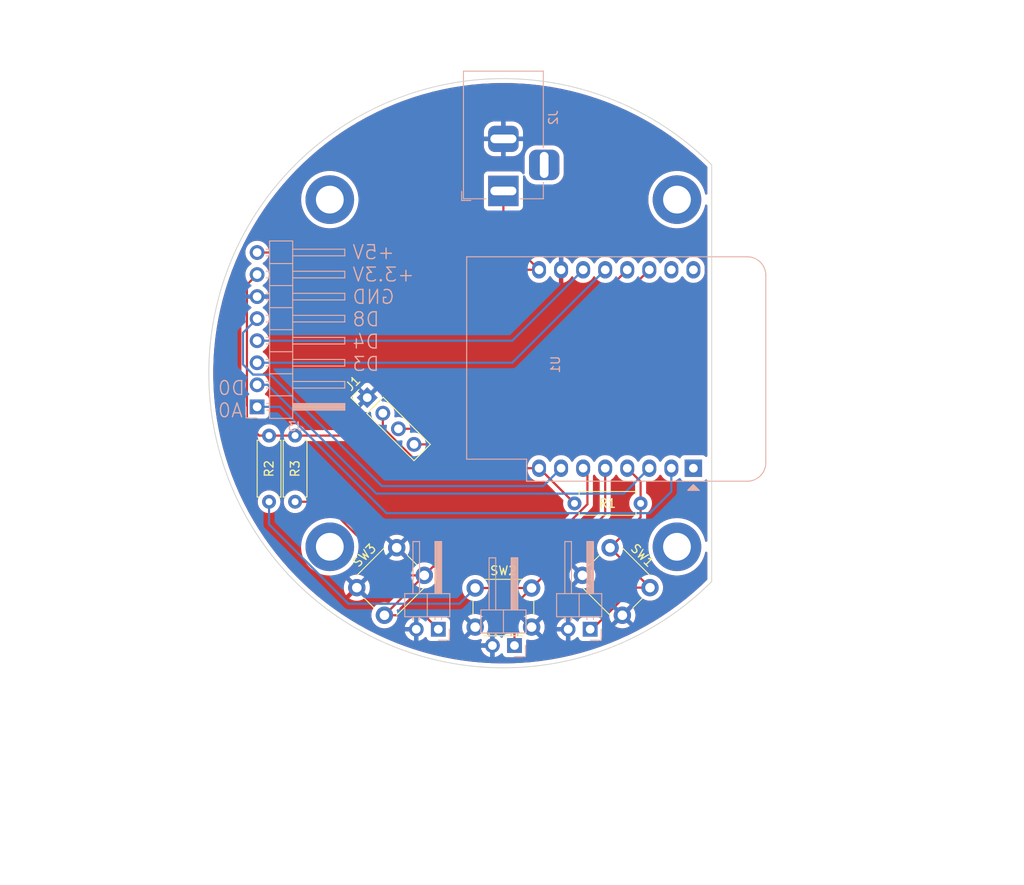
<source format=kicad_pcb>
(kicad_pcb (version 20211014) (generator pcbnew)
  (layers (0 "F.Cu" signal) (31 "B.Cu" signal) (34 "B.Paste" user) (35 "F.Paste" user) (36 "B.SilkS" user "B.Silkscreen") (37 "F.SilkS" user "F.Silkscreen") (38 "B.Mask" user) (39 "F.Mask" user) (44 "Edge.Cuts" user))
  (net 0 "")
  (net 1 "GND")
  (net 2 "+3V3")
  (net 3 "SDA")
  (net 4 "SCL")
  (net 5 "A0")
  (net 6 "D0")
  (net 7 "D3")
  (net 9 "D4")
  (net 10 "D8")
  (net 11 "Net-(JSW1-Pad1)")
  (net 12 "Net-(JSW2-Pad1)")
  (net 13 "Net-(JSW3-Pad1)")
  (net 16 "+5V")
  (footprint "MountingHole:MountingHole_3.2mm_M3_DIN965_Pad" (layer "F.Cu") (at 220 63)
    (fp_text reference "Hole4" hide)
    (fp_text value "MountingHole_3.2mm_M3_DIN965_Pad")
    (pad "1" thru_hole circle locked (at 0 0) (size 5.6 5.6) (drill 3.2) (layers *.Cu *.Mask))
  )
  (footprint "Button_Switch_THT:SW_PUSH_6mm_H9.5mm" (layer "F.Cu") (at 212.292894 103.110913 -45)
    (fp_text reference "SW1" (at 3.25 -2 -45) (layer "F.SilkS"))
    (fp_text value "SW_Push")
    (fp_line (start 6.75 3) (end 6.75 1.5) (layer "F.SilkS") (width 0.12))
    (fp_line (start 5.5 -1) (end 1 -1) (layer "F.SilkS") (width 0.12))
    (fp_line (start 1 5.5) (end 5.5 5.5) (layer "F.SilkS") (width 0.12))
    (fp_line (start -0.25 1.5) (end -0.25 3) (layer "F.SilkS") (width 0.12))
    (pad "1" thru_hole circle (at 0 0 45) (size 2 2) (drill 1.1) (layers *.Cu *.Mask) (net 11 "Net-(JSW1-Pad1)"))
    (pad "1" thru_hole circle (at 6.5 0 45) (size 2 2) (drill 1.1) (layers *.Cu *.Mask) (net 11 "Net-(JSW1-Pad1)"))
    (pad "2" thru_hole circle (at 0 4.5 45) (size 2 2) (drill 1.1) (layers *.Cu *.Mask) (net 1 "GND"))
    (pad "2" thru_hole circle (at 6.5 4.5 45) (size 2 2) (drill 1.1) (layers *.Cu *.Mask) (net 1 "GND"))
  )
  (footprint "Connector_PinHeader_2.54mm:PinHeader_1x04_P2.54mm_Vertical" (layer "F.Cu") (at 184.312994 85.812994 45)
    (fp_text reference "J1" (at 0 -2.33 45) (layer "F.SilkS"))
    (fp_text value "Conn_01x04_Female")
    (fp_line (start -1.33 0) (end -1.33 -1.33) (layer "F.SilkS") (width 0.12))
    (fp_line (start 1.33 1.27) (end 1.33 8.95) (layer "F.SilkS") (width 0.12))
    (fp_line (start -1.33 8.95) (end 1.33 8.95) (layer "F.SilkS") (width 0.12))
    (fp_line (start -1.33 -1.33) (end 0 -1.33) (layer "F.SilkS") (width 0.12))
    (fp_line (start -1.33 1.27) (end 1.33 1.27) (layer "F.SilkS") (width 0.12))
    (fp_line (start -1.33 1.27) (end -1.33 8.95) (layer "F.SilkS") (width 0.12))
    (pad "1" thru_hole rect (at 0 0 45) (size 1.7 1.7) (drill 1) (layers *.Cu *.Mask) (net 1 "GND"))
    (pad "2" thru_hole oval (at 0 2.54 45) (size 1.7 1.7) (drill 1) (layers *.Cu *.Mask) (net 2 "+3V3"))
    (pad "3" thru_hole oval (at 0 5.08 45) (size 1.7 1.7) (drill 1) (layers *.Cu *.Mask) (net 3 "SDA"))
    (pad "4" thru_hole oval (at 0 7.62 45) (size 1.7 1.7) (drill 1) (layers *.Cu *.Mask) (net 4 "SCL"))
  )
  (footprint "Button_Switch_THT:SW_PUSH_6mm_H9.5mm" (layer "F.Cu") (at 183.110913 107.707107 45)
    (fp_text reference "SW3" (at 3.25 -2 45) (layer "F.SilkS"))
    (fp_text value "SW_Push")
    (fp_line (start -0.25 1.5) (end -0.25 3) (layer "F.SilkS") (width 0.12))
    (fp_line (start 6.75 3) (end 6.75 1.5) (layer "F.SilkS") (width 0.12))
    (fp_line (start 5.5 -1) (end 1 -1) (layer "F.SilkS") (width 0.12))
    (fp_line (start 1 5.5) (end 5.5 5.5) (layer "F.SilkS") (width 0.12))
    (pad "1" thru_hole circle (at 6.5 0 135) (size 2 2) (drill 1.1) (layers *.Cu *.Mask) (net 1 "GND"))
    (pad "1" thru_hole circle (at 0 0 135) (size 2 2) (drill 1.1) (layers *.Cu *.Mask) (net 1 "GND"))
    (pad "2" thru_hole circle (at 0 4.5 135) (size 2 2) (drill 1.1) (layers *.Cu *.Mask) (net 13 "Net-(JSW3-Pad1)"))
    (pad "2" thru_hole circle (at 6.5 4.5 135) (size 2 2) (drill 1.1) (layers *.Cu *.Mask) (net 13 "Net-(JSW3-Pad1)"))
  )
  (footprint "MountingHole:MountingHole_3.2mm_M3_DIN965_Pad" (layer "F.Cu") (at 180 103)
    (fp_text reference "Hole1" hide)
    (fp_text value "MountingHole_3.2mm_M3_DIN965_Pad")
    (pad "1" thru_hole circle locked (at 0 0) (size 5.6 5.6) (drill 3.2) (layers *.Cu *.Mask))
  )
  (footprint "Resistor_THT:R_Axial_DIN0207_L6.3mm_D2.5mm_P7.62mm_Horizontal" (layer "F.Cu") (at 173 90.19 -90)
    (fp_text reference "R2" (at 3.81 0 90) (layer "F.SilkS"))
    (fp_text value "10K")
    (fp_line (start 7.08 1.37) (end 7.08 1.04) (layer "F.SilkS") (width 0.12))
    (fp_line (start 7.08 -1.37) (end 7.08 -1.04) (layer "F.SilkS") (width 0.12))
    (fp_line (start 0.54 -1.37) (end 7.08 -1.37) (layer "F.SilkS") (width 0.12))
    (fp_line (start 0.54 1.37) (end 7.08 1.37) (layer "F.SilkS") (width 0.12))
    (fp_line (start 0.54 -1.04) (end 0.54 -1.37) (layer "F.SilkS") (width 0.12))
    (fp_line (start 0.54 1.04) (end 0.54 1.37) (layer "F.SilkS") (width 0.12))
    (pad "1" thru_hole circle (at 0 0 270) (size 1.6 1.6) (drill 0.8) (layers *.Cu *.Mask) (net 2 "+3V3"))
    (pad "2" thru_hole oval (at 7.62 0 270) (size 1.6 1.6) (drill 0.8) (layers *.Cu *.Mask) (net 12 "Net-(JSW2-Pad1)"))
  )
  (footprint "Resistor_THT:R_Axial_DIN0207_L6.3mm_D2.5mm_P7.62mm_Horizontal" (layer "F.Cu") (at 208.19 98)
    (fp_text reference "R1" (at 3.81 0) (layer "F.SilkS"))
    (fp_text value "10K")
    (fp_line (start 0.54 -1.37) (end 7.08 -1.37) (layer "F.SilkS") (width 0.12))
    (fp_line (start 7.08 1.37) (end 7.08 1.04) (layer "F.SilkS") (width 0.12))
    (fp_line (start 7.08 -1.37) (end 7.08 -1.04) (layer "F.SilkS") (width 0.12))
    (fp_line (start 0.54 -1.04) (end 0.54 -1.37) (layer "F.SilkS") (width 0.12))
    (fp_line (start 0.54 1.04) (end 0.54 1.37) (layer "F.SilkS") (width 0.12))
    (fp_line (start 0.54 1.37) (end 7.08 1.37) (layer "F.SilkS") (width 0.12))
    (pad "1" thru_hole circle (at 0 0) (size 1.6 1.6) (drill 0.8) (layers *.Cu *.Mask) (net 2 "+3V3"))
    (pad "2" thru_hole oval (at 7.62 0) (size 1.6 1.6) (drill 0.8) (layers *.Cu *.Mask) (net 11 "Net-(JSW1-Pad1)"))
  )
  (footprint "Button_Switch_THT:SW_PUSH_6mm_H9.5mm" (layer "F.Cu") (at 196.75 107.75)
    (fp_text reference "SW2" (at 3.25 -2) (layer "F.SilkS"))
    (fp_text value "SW_Push")
    (fp_line (start 5.5 -1) (end 1 -1) (layer "F.SilkS") (width 0.12))
    (fp_line (start 6.75 3) (end 6.75 1.5) (layer "F.SilkS") (width 0.12))
    (fp_line (start -0.25 1.5) (end -0.25 3) (layer "F.SilkS") (width 0.12))
    (fp_line (start 1 5.5) (end 5.5 5.5) (layer "F.SilkS") (width 0.12))
    (pad "1" thru_hole circle (at 0 0 90) (size 2 2) (drill 1.1) (layers *.Cu *.Mask) (net 12 "Net-(JSW2-Pad1)"))
    (pad "1" thru_hole circle (at 6.5 0 90) (size 2 2) (drill 1.1) (layers *.Cu *.Mask) (net 12 "Net-(JSW2-Pad1)"))
    (pad "2" thru_hole circle (at 6.5 4.5 90) (size 2 2) (drill 1.1) (layers *.Cu *.Mask) (net 1 "GND"))
    (pad "2" thru_hole circle (at 0 4.5 90) (size 2 2) (drill 1.1) (layers *.Cu *.Mask) (net 1 "GND"))
  )
  (footprint "Resistor_THT:R_Axial_DIN0207_L6.3mm_D2.5mm_P7.62mm_Horizontal" (layer "F.Cu") (at 176 90.19 -90)
    (fp_text reference "R3" (at 3.81 0 90) (layer "F.SilkS"))
    (fp_text value "10K")
    (fp_line (start 0.54 -1.37) (end 7.08 -1.37) (layer "F.SilkS") (width 0.12))
    (fp_line (start 7.08 -1.37) (end 7.08 -1.04) (layer "F.SilkS") (width 0.12))
    (fp_line (start 0.54 1.37) (end 7.08 1.37) (layer "F.SilkS") (width 0.12))
    (fp_line (start 0.54 -1.04) (end 0.54 -1.37) (layer "F.SilkS") (width 0.12))
    (fp_line (start 7.08 1.37) (end 7.08 1.04) (layer "F.SilkS") (width 0.12))
    (fp_line (start 0.54 1.04) (end 0.54 1.37) (layer "F.SilkS") (width 0.12))
    (pad "1" thru_hole circle (at 0 0 270) (size 1.6 1.6) (drill 0.8) (layers *.Cu *.Mask) (net 2 "+3V3"))
    (pad "2" thru_hole oval (at 7.62 0 270) (size 1.6 1.6) (drill 0.8) (layers *.Cu *.Mask) (net 13 "Net-(JSW3-Pad1)"))
  )
  (footprint "MountingHole:MountingHole_3.2mm_M3_DIN965_Pad" (layer "F.Cu") (at 220 103)
    (fp_text reference "Hole2" hide)
    (fp_text value "MountingHole_3.2mm_M3_DIN965_Pad")
    (pad "1" thru_hole circle locked (at 0 0) (size 5.6 5.6) (drill 3.2) (layers *.Cu *.Mask))
  )
  (footprint "MountingHole:MountingHole_3.2mm_M3_DIN965_Pad" (layer "F.Cu") (at 180 63)
    (fp_text reference "Hole3" hide)
    (fp_text value "MountingHole_3.2mm_M3_DIN965_Pad")
    (pad "1" thru_hole circle locked (at 0 0) (size 5.6 5.6) (drill 3.2) (layers *.Cu *.Mask))
  )
  (footprint "Connector_PinHeader_2.54mm:PinHeader_1x08_P2.54mm_Horizontal" (layer "B.Cu") (at 171.625 86.875)
    (fp_text reference "J3" (at 4.385 2.27) (layer "B.SilkS") (effects (justify mirror)))
    (fp_text value "Conn_01x08_Female")
    (fp_line (start 1.042929 -7.24) (end 1.44 -7.24) (layer "B.SilkS") (width 0.12))
    (fp_line (start 4.1 -12.32) (end 10.1 -12.32) (layer "B.SilkS") (width 0.12))
    (fp_line (start 10.1 -2.92) (end 4.1 -2.92) (layer "B.SilkS") (width 0.12))
    (fp_line (start 10.1 -17.4) (end 10.1 -18.16) (layer "B.SilkS") (width 0.12))
    (fp_line (start 4.1 -2.16) (end 10.1 -2.16) (layer "B.SilkS") (width 0.12))
    (fp_line (start 10.1 -10.54) (end 4.1 -10.54) (layer "B.SilkS") (width 0.12))
    (fp_line (start -1.27 1.27) (end 0 1.27) (layer "B.SilkS") (width 0.12))
    (fp_line (start 4.1 -7.24) (end 10.1 -7.24) (layer "B.SilkS") (width 0.12))
    (fp_line (start 10.1 -9.78) (end 10.1 -10.54) (layer "B.SilkS") (width 0.12))
    (fp_line (start 1.042929 -12.32) (end 1.44 -12.32) (layer "B.SilkS") (width 0.12))
    (fp_line (start 4.1 0.08) (end 10.1 0.08) (layer "B.SilkS") (width 0.12))
    (fp_line (start 10.1 0.38) (end 10.1 -0.38) (layer "B.SilkS") (width 0.12))
    (fp_line (start 1.042929 -13.08) (end 1.44 -13.08) (layer "B.SilkS") (width 0.12))
    (fp_line (start 1.44 -1.27) (end 4.1 -1.27) (layer "B.SilkS") (width 0.12))
    (fp_line (start 4.1 -0.28) (end 10.1 -0.28) (layer "B.SilkS") (width 0.12))
    (fp_line (start 1.44 -13.97) (end 4.1 -13.97) (layer "B.SilkS") (width 0.12))
    (fp_line (start 4.1 -0.16) (end 10.1 -0.16) (layer "B.SilkS") (width 0.12))
    (fp_line (start 1.44 -3.81) (end 4.1 -3.81) (layer "B.SilkS") (width 0.12))
    (fp_line (start 10.1 -0.38) (end 4.1 -0.38) (layer "B.SilkS") (width 0.12))
    (fp_line (start 1.44 1.33) (end 1.44 -19.11) (layer "B.SilkS") (width 0.12))
    (fp_line (start 1.11 -0.38) (end 1.44 -0.38) (layer "B.SilkS") (width 0.12))
    (fp_line (start 4.1 0.32) (end 10.1 0.32) (layer "B.SilkS") (width 0.12))
    (fp_line (start 10.1 -8) (end 4.1 -8) (layer "B.SilkS") (width 0.12))
    (fp_line (start 10.1 -12.32) (end 10.1 -13.08) (layer "B.SilkS") (width 0.12))
    (fp_line (start 4.1 0.2) (end 10.1 0.2) (layer "B.SilkS") (width 0.12))
    (fp_line (start 10.1 -5.46) (end 4.1 -5.46) (layer "B.SilkS") (width 0.12))
    (fp_line (start 4.1 -17.4) (end 10.1 -17.4) (layer "B.SilkS") (width 0.12))
    (fp_line (start 4.1 -19.11) (end 4.1 1.33) (layer "B.SilkS") (width 0.12))
    (fp_line (start 4.1 -9.78) (end 10.1 -9.78) (layer "B.SilkS") (width 0.12))
    (fp_line (start 1.042929 -4.7) (end 1.44 -4.7) (layer "B.SilkS") (width 0.12))
    (fp_line (start 1.44 -8.89) (end 4.1 -8.89) (layer "B.SilkS") (width 0.12))
    (fp_line (start 10.1 -15.62) (end 4.1 -15.62) (layer "B.SilkS") (width 0.12))
    (fp_line (start 10.1 -14.86) (end 10.1 -15.62) (layer "B.SilkS") (width 0.12))
    (fp_line (start 1.042929 -10.54) (end 1.44 -10.54) (layer "B.SilkS") (width 0.12))
    (fp_line (start 1.44 -19.11) (end 4.1 -19.11) (layer "B.SilkS") (width 0.12))
    (fp_line (start 1.042929 -15.62) (end 1.44 -15.62) (layer "B.SilkS") (width 0.12))
    (fp_line (start 1.042929 -14.86) (end 1.44 -14.86) (layer "B.SilkS") (width 0.12))
    (fp_line (start 1.042929 -17.4) (end 1.44 -17.4) (layer "B.SilkS") (width 0.12))
    (fp_line (start 1.44 -16.51) (end 4.1 -16.51) (layer "B.SilkS") (width 0.12))
    (fp_line (start 4.1 -14.86) (end 10.1 -14.86) (layer "B.SilkS") (width 0.12))
    (fp_line (start 10.1 -13.08) (end 4.1 -13.08) (layer "B.SilkS") (width 0.12))
    (fp_line (start 4.1 -4.7) (end 10.1 -4.7) (layer "B.SilkS") (width 0.12))
    (fp_line (start 1.042929 -2.92) (end 1.44 -2.92) (layer "B.SilkS") (width 0.12))
    (fp_line (start 1.44 -11.43) (end 4.1 -11.43) (layer "B.SilkS") (width 0.12))
    (fp_line (start 1.042929 -5.46) (end 1.44 -5.46) (layer "B.SilkS") (width 0.12))
    (fp_line (start 10.1 -4.7) (end 10.1 -5.46) (layer "B.SilkS") (width 0.12))
    (fp_line (start 1.042929 -2.16) (end 1.44 -2.16) (layer "B.SilkS") (width 0.12))
    (fp_line (start 4.1 1.33) (end 1.44 1.33) (layer "B.SilkS") (width 0.12))
    (fp_line (start 1.11 0.38) (end 1.44 0.38) (layer "B.SilkS") (width 0.12))
    (fp_line (start 1.042929 -8) (end 1.44 -8) (layer "B.SilkS") (width 0.12))
    (fp_line (start 1.042929 -9.78) (end 1.44 -9.78) (layer "B.SilkS") (width 0.12))
    (fp_line (start 4.1 -0.04) (end 10.1 -0.04) (layer "B.SilkS") (width 0.12))
    (fp_line (start 10.1 -18.16) (end 4.1 -18.16) (layer "B.SilkS") (width 0.12))
    (fp_line (start -1.27 0) (end -1.27 1.27) (layer "B.SilkS") (width 0.12))
    (fp_line (start 1.44 -6.35) (end 4.1 -6.35) (layer "B.SilkS") (width 0.12))
    (fp_line (start 4.1 0.38) (end 10.1 0.38) (layer "B.SilkS") (width 0.12))
    (fp_line (start 10.1 -2.16) (end 10.1 -2.92) (layer "B.SilkS") (width 0.12))
    (fp_line (start 1.042929 -18.16) (end 1.44 -18.16) (layer "B.SilkS") (width 0.12))
    (fp_line (start 10.1 -7.24) (end 10.1 -8) (layer "B.SilkS") (width 0.12))
    (pad "1" thru_hole rect (at 0 0) (size 1.7 1.7) (drill 1) (layers *.Cu *.Mask) (net 5 "A0"))
    (pad "2" thru_hole oval (at 0 -2.54) (size 1.7 1.7) (drill 1) (layers *.Cu *.Mask) (net 6 "D0"))
    (pad "3" thru_hole oval (at 0 -5.08) (size 1.7 1.7) (drill 1) (layers *.Cu *.Mask) (net 7 "D3"))
    (pad "4" thru_hole oval (at 0 -7.62) (size 1.7 1.7) (drill 1) (layers *.Cu *.Mask) (net 9 "D4"))
    (pad "5" thru_hole oval (at 0 -10.16) (size 1.7 1.7) (drill 1) (layers *.Cu *.Mask) (net 10 "D8"))
    (pad "6" thru_hole oval (at 0 -12.7) (size 1.7 1.7) (drill 1) (layers *.Cu *.Mask) (net 1 "GND"))
    (pad "7" thru_hole oval (at 0 -15.24) (size 1.7 1.7) (drill 1) (layers *.Cu *.Mask) (net 2 "+3V3"))
    (pad "8" thru_hole oval (at 0 -17.78) (size 1.7 1.7) (drill 1) (layers *.Cu *.Mask) (net 16 "+5V"))
  )
  (footprint "Connector_PinHeader_2.54mm:PinHeader_1x02_P2.54mm_Horizontal" (layer "B.Cu") (at 192.5 112.5 90)
    (fp_text reference "JSW3" hide)
    (fp_text value "Conn_01x02_Female")
    (fp_line (start 10.1 -2.16) (end 10.1 -2.92) (layer "B.SilkS") (width 0.12))
    (fp_line (start 4.1 -3.87) (end 4.1 1.33) (layer "B.SilkS") (width 0.12))
    (fp_line (start 4.1 1.33) (end 1.44 1.33) (layer "B.SilkS") (width 0.12))
    (fp_line (start 4.1 0.38) (end 10.1 0.38) (layer "B.SilkS") (width 0.12))
    (fp_line (start -1.27 0) (end -1.27 1.27) (layer "B.SilkS") (width 0.12))
    (fp_line (start 1.44 -1.27) (end 4.1 -1.27) (layer "B.SilkS") (width 0.12))
    (fp_line (start 1.44 1.33) (end 1.44 -3.87) (layer "B.SilkS") (width 0.12))
    (fp_line (start 4.1 -0.04) (end 10.1 -0.04) (layer "B.SilkS") (width 0.12))
    (fp_line (start 4.1 -0.16) (end 10.1 -0.16) (layer "B.SilkS") (width 0.12))
    (fp_line (start 1.11 0.38) (end 1.44 0.38) (layer "B.SilkS") (width 0.12))
    (fp_line (start 10.1 -2.92) (end 4.1 -2.92) (layer "B.SilkS") (width 0.12))
    (fp_line (start 4.1 -2.16) (end 10.1 -2.16) (layer "B.SilkS") (width 0.12))
    (fp_line (start 4.1 0.08) (end 10.1 0.08) (layer "B.SilkS") (width 0.12))
    (fp_line (start -1.27 1.27) (end 0 1.27) (layer "B.SilkS") (width 0.12))
    (fp_line (start 1.11 -0.38) (end 1.44 -0.38) (layer "B.SilkS") (width 0.12))
    (fp_line (start 10.1 0.38) (end 10.1 -0.38) (layer "B.SilkS") (width 0.12))
    (fp_line (start 4.1 -0.28) (end 10.1 -0.28) (layer "B.SilkS") (width 0.12))
    (fp_line (start 1.44 -3.87) (end 4.1 -3.87) (layer "B.SilkS") (width 0.12))
    (fp_line (start 1.042929 -2.92) (end 1.44 -2.92) (layer "B.SilkS") (width 0.12))
    (fp_line (start 10.1 -0.38) (end 4.1 -0.38) (layer "B.SilkS") (width 0.12))
    (fp_line (start 4.1 0.2) (end 10.1 0.2) (layer "B.SilkS") (width 0.12))
    (fp_line (start 1.042929 -2.16) (end 1.44 -2.16) (layer "B.SilkS") (width 0.12))
    (fp_line (start 4.1 0.32) (end 10.1 0.32) (layer "B.SilkS") (width 0.12))
    (pad "1" thru_hole rect (at 0 0 90) (size 1.7 1.7) (drill 1) (layers *.Cu *.Mask) (net 13 "Net-(JSW3-Pad1)"))
    (pad "2" thru_hole oval (at 0 -2.54 90) (size 1.7 1.7) (drill 1) (layers *.Cu *.Mask) (net 1 "GND"))
  )
  (footprint "Connector_PinHeader_2.54mm:PinHeader_1x02_P2.54mm_Horizontal" (layer "B.Cu") (at 201.275 114.375 90)
    (fp_text reference "JSW2" hide)
    (fp_text value "Conn_01x02_Female")
    (fp_line (start 1.042929 -2.92) (end 1.44 -2.92) (layer "B.SilkS") (width 0.12))
    (fp_line (start -1.27 0) (end -1.27 1.27) (layer "B.SilkS") (width 0.12))
    (fp_line (start 1.042929 -2.16) (end 1.44 -2.16) (layer "B.SilkS") (width 0.12))
    (fp_line (start 1.44 -1.27) (end 4.1 -1.27) (layer "B.SilkS") (width 0.12))
    (fp_line (start 10.1 -0.38) (end 4.1 -0.38) (layer "B.SilkS") (width 0.12))
    (fp_line (start 10.1 -2.92) (end 4.1 -2.92) (layer "B.SilkS") (width 0.12))
    (fp_line (start -1.27 1.27) (end 0 1.27) (layer "B.SilkS") (width 0.12))
    (fp_line (start 4.1 -0.16) (end 10.1 -0.16) (layer "B.SilkS") (width 0.12))
    (fp_line (start 10.1 0.38) (end 10.1 -0.38) (layer "B.SilkS") (width 0.12))
    (fp_line (start 4.1 -0.28) (end 10.1 -0.28) (layer "B.SilkS") (width 0.12))
    (fp_line (start 10.1 -2.16) (end 10.1 -2.92) (layer "B.SilkS") (width 0.12))
    (fp_line (start 4.1 0.32) (end 10.1 0.32) (layer "B.SilkS") (width 0.12))
    (fp_line (start 1.11 -0.38) (end 1.44 -0.38) (layer "B.SilkS") (width 0.12))
    (fp_line (start 4.1 -0.04) (end 10.1 -0.04) (layer "B.SilkS") (width 0.12))
    (fp_line (start 4.1 0.38) (end 10.1 0.38) (layer "B.SilkS") (width 0.12))
    (fp_line (start 4.1 1.33) (end 1.44 1.33) (layer "B.SilkS") (width 0.12))
    (fp_line (start 4.1 0.2) (end 10.1 0.2) (layer "B.SilkS") (width 0.12))
    (fp_line (start 4.1 0.08) (end 10.1 0.08) (layer "B.SilkS") (width 0.12))
    (fp_line (start 1.44 -3.87) (end 4.1 -3.87) (layer "B.SilkS") (width 0.12))
    (fp_line (start 1.11 0.38) (end 1.44 0.38) (layer "B.SilkS") (width 0.12))
    (fp_line (start 4.1 -2.16) (end 10.1 -2.16) (layer "B.SilkS") (width 0.12))
    (fp_line (start 4.1 -3.87) (end 4.1 1.33) (layer "B.SilkS") (width 0.12))
    (fp_line (start 1.44 1.33) (end 1.44 -3.87) (layer "B.SilkS") (width 0.12))
    (pad "1" thru_hole rect (at 0 0 90) (size 1.7 1.7) (drill 1) (layers *.Cu *.Mask) (net 12 "Net-(JSW2-Pad1)"))
    (pad "2" thru_hole oval (at 0 -2.54 90) (size 1.7 1.7) (drill 1) (layers *.Cu *.Mask) (net 1 "GND"))
  )
  (footprint "Connector_BarrelJack:BarrelJack_Horizontal" (layer "B.Cu") (at 200 62 -90)
    (fp_text reference "J2" (at -8.45 -5.75 90) (layer "B.SilkS") (effects (justify mirror)))
    (fp_text value "Barrel_Jack")
    (fp_line (start -5 -4.6) (end -13.8 -4.6) (layer "B.SilkS") (width 0.12))
    (fp_line (start 0.9 4.6) (end 0.9 2) (layer "B.SilkS") (width 0.12))
    (fp_line (start 0.05 4.8) (end 1.1 4.8) (layer "B.SilkS") (width 0.12))
    (fp_line (start -13.8 -4.6) (end -13.8 4.6) (layer "B.SilkS") (width 0.12))
    (fp_line (start 0.9 -4.6) (end -1 -4.6) (layer "B.SilkS") (width 0.12))
    (fp_line (start -13.8 4.6) (end 0.9 4.6) (layer "B.SilkS") (width 0.12))
    (fp_line (start 1.1 3.75) (end 1.1 4.8) (layer "B.SilkS") (width 0.12))
    (fp_line (start 0.9 -1.9) (end 0.9 -4.6) (layer "B.SilkS") (width 0.12))
    (pad "1" thru_hole rect (at 0 0 270) (size 3.5 3.5) (drill oval 1 3) (layers *.Cu *.Mask) (net 16 "+5V"))
    (pad "2" thru_hole roundrect (at -6 0 270) (size 3 3.5) (drill oval 1 3) (layers *.Cu *.Mask) (net 1 "GND"))
    (pad "3" thru_hole roundrect (at -3 -4.7 270) (size 3.5 3.5) (drill oval 3 1) (layers *.Cu *.Mask))
  )
  (footprint "Module:WEMOS_D1_mini_light" (layer "B.Cu") (at 221.89 93.945 90)
    (fp_text reference "U1" (at 11.945 -15.89 90) (layer "B.SilkS") (effects (justify mirror)))
    (fp_text value "WeMos_D1_mini")
    (fp_line (start -1.5 -19.22) (end 1.04 -19.22) (layer "B.SilkS") (width 0.12))
    (fp_line (start 1.04 -19.22) (end 1.04 -26.12) (layer "B.SilkS") (width 0.12))
    (fp_line (start 1.04 -26.12) (end 24.36 -26.12) (layer "B.SilkS") (width 0.12))
    (fp_line (start 22.24 8.34) (end 0.63 8.34) (layer "B.SilkS") (width 0.12))
    (fp_line (start 24.36 -26.12) (end 24.36 6.21) (layer "B.SilkS") (width 0.12))
    (fp_line (start -1.5 -19.22) (end -1.5 6.21) (layer "B.SilkS") (width 0.12))
    (fp_arc (start 0.63 8.34) (mid -0.876137 7.716137) (end -1.5 6.21) (layer "B.SilkS") (width 0.12))
    (fp_arc (start 24.36 6.21) (mid 23.736137 7.716137) (end 22.23 8.34) (layer "B.SilkS") (width 0.12))
    (fp_poly (pts (xy -2.54 0.635) (xy -2.54 -0.635) (xy -1.905 0)) (layer "B.SilkS") (width 0.15) (fill solid))
    (pad "1" thru_hole rect (at 0 0 90) (size 2 2) (drill 1) (layers *.Cu *.Mask))
    (pad "2" thru_hole oval (at 0 -2.54 90) (size 2 1.6) (drill 1) (layers *.Cu *.Mask) (net 5 "A0"))
    (pad "3" thru_hole oval (at 0 -5.08 90) (size 2 1.6) (drill 1) (layers *.Cu *.Mask) (net 6 "D0"))
    (pad "4" thru_hole oval (at 0 -7.62 90) (size 2 1.6) (drill 1) (layers *.Cu *.Mask) (net 11 "Net-(JSW1-Pad1)"))
    (pad "5" thru_hole oval (at 0 -10.16 90) (size 2 1.6) (drill 1) (layers *.Cu *.Mask) (net 12 "Net-(JSW2-Pad1)"))
    (pad "6" thru_hole oval (at 0 -12.7 90) (size 2 1.6) (drill 1) (layers *.Cu *.Mask) (net 13 "Net-(JSW3-Pad1)"))
    (pad "7" thru_hole oval (at 0 -15.24 90) (size 2 1.6) (drill 1) (layers *.Cu *.Mask) (net 10 "D8"))
    (pad "8" thru_hole oval (at 0 -17.78 90) (size 2 1.6) (drill 1) (layers *.Cu *.Mask) (net 2 "+3V3"))
    (pad "9" thru_hole oval (at 22.86 -17.78 90) (size 2 1.6) (drill 1) (layers *.Cu *.Mask) (net 16 "+5V"))
    (pad "10" thru_hole oval (at 22.86 -15.24 90) (size 2 1.6) (drill 1) (layers *.Cu *.Mask) (net 1 "GND"))
    (pad "11" thru_hole oval (at 22.86 -12.7 90) (size 2 1.6) (drill 1) (layers *.Cu *.Mask) (net 9 "D4"))
    (pad "12" thru_hole oval (at 22.86 -10.16 90) (size 2 1.6) (drill 1) (layers *.Cu *.Mask) (net 7 "D3"))
    (pad "13" thru_hole oval (at 22.86 -7.62 90) (size 2 1.6) (drill 1) (layers *.Cu *.Mask) (net 3 "SDA"))
    (pad "14" thru_hole oval (at 22.86 -5.08 90) (size 2 1.6) (drill 1) (layers *.Cu *.Mask) (net 4 "SCL"))
    (pad "15" thru_hole oval (at 22.86 -2.54 90) (size 2 1.6) (drill 1) (layers *.Cu *.Mask))
    (pad "16" thru_hole oval (at 22.86 0 90) (size 2 1.6) (drill 1) (layers *.Cu *.Mask))
  )
  (footprint "Connector_PinHeader_2.54mm:PinHeader_1x02_P2.54mm_Horizontal" (layer "B.Cu") (at 210 112.5 90)
    (fp_text reference "JSW1" hide)
    (fp_text value "Conn_01x02_Female")
    (fp_line (start 1.44 1.33) (end 1.44 -3.87) (layer "B.SilkS") (width 0.12))
    (fp_line (start 4.1 0.32) (end 10.1 0.32) (layer "B.SilkS") (width 0.12))
    (fp_line (start 1.11 -0.38) (end 1.44 -0.38) (layer "B.SilkS") (width 0.12))
    (fp_line (start 1.042929 -2.16) (end 1.44 -2.16) (layer "B.SilkS") (width 0.12))
    (fp_line (start 4.1 0.38) (end 10.1 0.38) (layer "B.SilkS") (width 0.12))
    (fp_line (start 4.1 -3.87) (end 4.1 1.33) (layer "B.SilkS") (width 0.12))
    (fp_line (start 1.44 -3.87) (end 4.1 -3.87) (layer "B.SilkS") (width 0.12))
    (fp_line (start 4.1 0.08) (end 10.1 0.08) (layer "B.SilkS") (width 0.12))
    (fp_line (start 10.1 -2.92) (end 4.1 -2.92) (layer "B.SilkS") (width 0.12))
    (fp_line (start 4.1 -2.16) (end 10.1 -2.16) (layer "B.SilkS") (width 0.12))
    (fp_line (start 4.1 -0.16) (end 10.1 -0.16) (layer "B.SilkS") (width 0.12))
    (fp_line (start 4.1 1.33) (end 1.44 1.33) (layer "B.SilkS") (width 0.12))
    (fp_line (start 1.042929 -2.92) (end 1.44 -2.92) (layer "B.SilkS") (width 0.12))
    (fp_line (start 1.44 -1.27) (end 4.1 -1.27) (layer "B.SilkS") (width 0.12))
    (fp_line (start 1.11 0.38) (end 1.44 0.38) (layer "B.SilkS") (width 0.12))
    (fp_line (start 10.1 -0.38) (end 4.1 -0.38) (layer "B.SilkS") (width 0.12))
    (fp_line (start -1.27 0) (end -1.27 1.27) (layer "B.SilkS") (width 0.12))
    (fp_line (start 4.1 -0.04) (end 10.1 -0.04) (layer "B.SilkS") (width 0.12))
    (fp_line (start 10.1 -2.16) (end 10.1 -2.92) (layer "B.SilkS") (width 0.12))
    (fp_line (start 10.1 0.38) (end 10.1 -0.38) (layer "B.SilkS") (width 0.12))
    (fp_line (start -1.27 1.27) (end 0 1.27) (layer "B.SilkS") (width 0.12))
    (fp_line (start 4.1 -0.28) (end 10.1 -0.28) (layer "B.SilkS") (width 0.12))
    (fp_line (start 4.1 0.2) (end 10.1 0.2) (layer "B.SilkS") (width 0.12))
    (pad "1" thru_hole rect (at 0 0 90) (size 1.7 1.7) (drill 1) (layers *.Cu *.Mask) (net 11 "Net-(JSW1-Pad1)"))
    (pad "2" thru_hole oval (at 0 -2.54 90) (size 1.7 1.7) (drill 1) (layers *.Cu *.Mask) (net 1 "GND"))
  )
  (gr_line (start 224 59) (end 224 107) (layer "Edge.Cuts") (width 0.1))
  (gr_arc (start 224 107) (mid 166.058875 83) (end 224 59) (layer "Edge.Cuts") (width 0.1))
  (gr_text "+5V\n+3.3V\nGND\nD8\nD4\nD3\n" (at 182.5 75.5) (layer "B.SilkS") (effects (font (size 1.6 1.6)) (justify right mirror)))
  (gr_text "D0\nA0" (at 167 86) (layer "B.SilkS") (effects (font (size 1.6 1.6)) (justify right mirror)))
  (segment (start 173 90.19) (end 176 90.19) (width 0.25) (layer "F.Cu") (net 2))
  (segment (start 171.86863 90.19) (end 173 90.19) (width 0.25) (layer "F.Cu") (net 2))
  (segment (start 204.135 93.945) (end 204.11 93.945) (width 0.25) (layer "F.Cu") (net 2))
  (segment (start 171.625 71.635) (end 170.450489 72.809511) (width 0.25) (layer "F.Cu") (net 2))
  (segment (start 186.109045 89.270055) (end 186.109045 87.609045) (width 0.25) (layer "F.Cu") (net 2))
  (segment (start 185.1891 90.19) (end 176 90.19) (width 0.25) (layer "F.Cu") (net 2))
  (segment (start 170.450489 88.771859) (end 171.86863 90.19) (width 0.25) (layer "F.Cu") (net 2))
  (segment (start 190.78399 93.945) (end 186.109045 89.270055) (width 0.25) (layer "F.Cu") (net 2))
  (segment (start 208.19 98) (end 204.135 93.945) (width 0.25) (layer "F.Cu") (net 2))
  (segment (start 186.109045 89.270055) (end 185.1891 90.19) (width 0.25) (layer "F.Cu") (net 2))
  (segment (start 204.11 93.945) (end 190.78399 93.945) (width 0.25) (layer "F.Cu") (net 2))
  (segment (start 170.450489 72.809511) (end 170.450489 88.771859) (width 0.25) (layer "F.Cu") (net 2))
  (segment (start 195.949904 89.405096) (end 214.27 71.085) (width 0.25) (layer "F.Cu") (net 3))
  (segment (start 187.905096 89.405096) (end 195.949904 89.405096) (width 0.25) (layer "F.Cu") (net 3))
  (segment (start 189.701148 91.201148) (end 196.693852 91.201148) (width 0.25) (layer "F.Cu") (net 4))
  (segment (start 196.693852 91.201148) (end 216.81 71.085) (width 0.25) (layer "F.Cu") (net 4))
  (segment (start 219.35 96.65) (end 219.35 93.945) (width 0.25) (layer "B.Cu") (net 5))
  (segment (start 174.2753 86.875) (end 186.524811 99.124511) (width 0.25) (layer "B.Cu") (net 5))
  (segment (start 216.875489 99.124511) (end 219.35 96.65) (width 0.25) (layer "B.Cu") (net 5))
  (segment (start 171.625 86.875) (end 174.2753 86.875) (width 0.25) (layer "B.Cu") (net 5))
  (segment (start 186.524811 99.124511) (end 216.875489 99.124511) (width 0.25) (layer "B.Cu") (net 5))
  (segment (start 171.625 84.335) (end 172.827081 84.335) (width 0.25) (layer "B.Cu") (net 6))
  (segment (start 185.36757 96.875489) (end 213.879511 96.875489) (width 0.25) (layer "B.Cu") (net 6))
  (segment (start 172.827081 84.335) (end 185.36757 96.875489) (width 0.25) (layer "B.Cu") (net 6))
  (segment (start 213.879511 96.875489) (end 216.81 93.945) (width 0.25) (layer "B.Cu") (net 6))
  (segment (start 171.625 81.795) (end 201.02 81.795) (width 0.25) (layer "B.Cu") (net 7))
  (segment (start 201.02 81.795) (end 211.73 71.085) (width 0.25) (layer "B.Cu") (net 7))
  (segment (start 201.02 79.255) (end 209.19 71.085) (width 0.25) (layer "B.Cu") (net 9))
  (segment (start 171.625 79.255) (end 201.02 79.255) (width 0.25) (layer "B.Cu") (net 9))
  (segment (start 170 82) (end 171.160489 83.160489) (width 0.25) (layer "B.Cu") (net 10))
  (segment (start 186 96) (end 204.595 96) (width 0.25) (layer "B.Cu") (net 10))
  (segment (start 170 78.34) (end 170 82) (width 0.25) (layer "B.Cu") (net 10))
  (segment (start 173.160489 83.160489) (end 186 96) (width 0.25) (layer "B.Cu") (net 10))
  (segment (start 204.595 96) (end 206.65 93.945) (width 0.25) (layer "B.Cu") (net 10))
  (segment (start 171.625 76.715) (end 170 78.34) (width 0.25) (layer "B.Cu") (net 10))
  (segment (start 171.160489 83.160489) (end 173.160489 83.160489) (width 0.25) (layer "B.Cu") (net 10))
  (segment (start 215.81 98) (end 215.81 95.485) (width 0.25) (layer "F.Cu") (net 11))
  (segment (start 215.81 98) (end 215.81 99.593807) (width 0.25) (layer "F.Cu") (net 11))
  (segment (start 210.223053 112.5) (end 210 112.5) (width 0.25) (layer "F.Cu") (net 11))
  (segment (start 215.81 99.593807) (end 212.292894 103.110913) (width 0.25) (layer "F.Cu") (net 11))
  (segment (start 212.292894 103.110913) (end 216.889088 107.707107) (width 0.25) (layer "F.Cu") (net 11))
  (segment (start 216.889088 107.707107) (end 215.015946 107.707107) (width 0.25) (layer "F.Cu") (net 11))
  (segment (start 215.81 95.485) (end 214.27 93.945) (width 0.25) (layer "F.Cu") (net 11))
  (segment (start 215.015946 107.707107) (end 210.223053 112.5) (width 0.25) (layer "F.Cu") (net 11))
  (segment (start 201.275 114.375) (end 201.275 109.725) (width 0.25) (layer "F.Cu") (net 12))
  (segment (start 196.75 107.75) (end 203.25 107.75) (width 0.25) (layer "F.Cu") (net 12))
  (segment (start 201.275 109.725) (end 203.25 107.75) (width 0.25) (layer "F.Cu") (net 12))
  (segment (start 211.73 93.945) (end 211.73 99.27) (width 0.25) (layer "F.Cu") (net 12))
  (segment (start 211.73 99.27) (end 203.25 107.75) (width 0.25) (layer "F.Cu") (net 12))
  (segment (start 182.14585 109.564577) (end 194.935423 109.564577) (width 0.25) (layer "B.Cu") (net 12))
  (segment (start 173 100.418727) (end 182.14585 109.564577) (width 0.25) (layer "B.Cu") (net 12))
  (segment (start 173 97.81) (end 173 100.418727) (width 0.25) (layer "B.Cu") (net 12))
  (segment (start 194.935423 109.564577) (end 196.75 107.75) (width 0.25) (layer "B.Cu") (net 12))
  (segment (start 190.889088 106.292893) (end 191.889088 105.292893) (width 0.25) (layer "F.Cu") (net 13))
  (segment (start 209.682141 98.098159) (end 209.682141 94.437141) (width 0.25) (layer "F.Cu") (net 13))
  (segment (start 186.292894 110.889088) (end 190.889088 106.292893) (width 0.25) (layer "F.Cu") (net 13))
  (segment (start 202.487407 105.292893) (end 209.682141 98.098159) (width 0.25) (layer "F.Cu") (net 13))
  (segment (start 187.71162 106.292893) (end 190.889088 106.292893) (width 0.25) (layer "F.Cu") (net 13))
  (segment (start 179.228727 97.81) (end 187.71162 106.292893) (width 0.25) (layer "F.Cu") (net 13))
  (segment (start 209.682141 94.437141) (end 209.19 93.945) (width 0.25) (layer "F.Cu") (net 13))
  (segment (start 191.889088 105.292893) (end 202.487407 105.292893) (width 0.25) (layer "F.Cu") (net 13))
  (segment (start 176 97.81) (end 179.228727 97.81) (width 0.25) (layer "F.Cu") (net 13))
  (segment (start 190.889088 110.889088) (end 192.5 112.5) (width 0.25) (layer "F.Cu") (net 13))
  (segment (start 186.292894 110.889088) (end 190.889088 110.889088) (width 0.25) (layer "F.Cu") (net 13))
  (segment (start 188.905 69.095) (end 190.895 71.085) (width 0.25) (layer "F.Cu") (net 16))
  (segment (start 190.895 71.085) (end 204.11 71.085) (width 0.25) (layer "F.Cu") (net 16))
  (segment (start 200 66.975) (end 204.11 71.085) (width 0.25) (layer "F.Cu") (net 16))
  (segment (start 171.625 69.095) (end 188.905 69.095) (width 0.25) (layer "F.Cu") (net 16))
  (segment (start 200 62) (end 200 66.975) (width 0.25) (layer "F.Cu") (net 16))
  (zone (net 1) (net_name "GND") (layers F&B.Cu) (connect_pads (clearance 0.508)) (min_thickness 0.254) (fill yes (thermal_gap 0.508) (thermal_bridge_width 0.508))
    (polygon (pts (xy 260 140) (xy 142 142) (xy 149 41) (xy 258 40)))
  )
)
</source>
